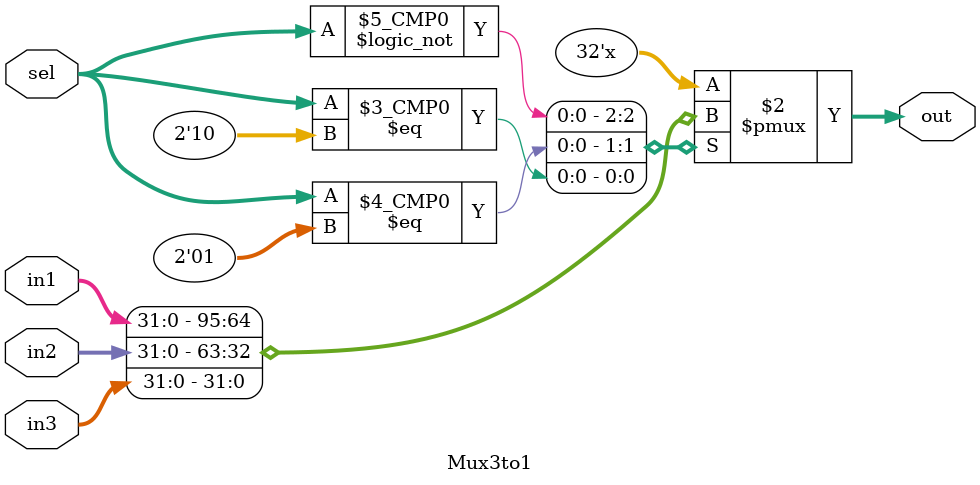
<source format=v>
`timescale 1ns / 1ps


module Mux3to1(out, in1, in2, in3, sel);
    output reg [31:0] out;
    input [31:0] in1, in2, in3;
    input [1:0] sel;
    
    always@(in1 or in2 or in3 or sel) begin
        case(sel) 
            2'b00: out<= in1;
            2'b01: out<= in2;
            2'b10: out<= in3;           
        endcase
    end
    
endmodule

</source>
